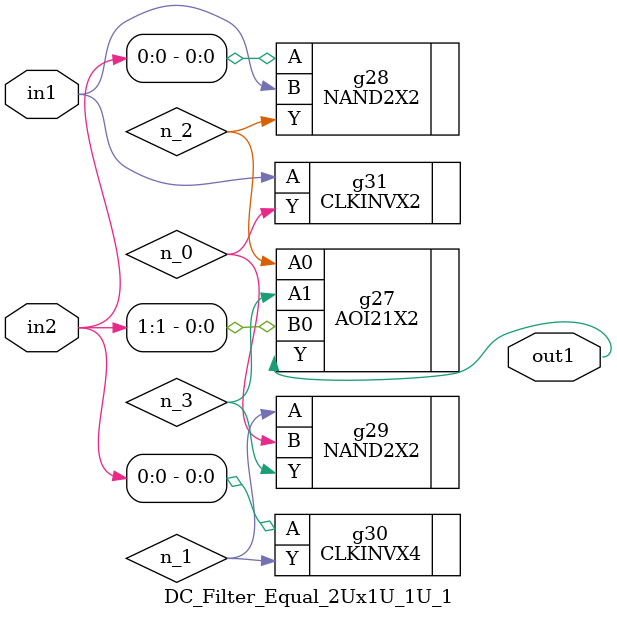
<source format=v>
`timescale 1ps / 1ps


module DC_Filter_Equal_2Ux1U_1U_1(in2, in1, out1);
  input [1:0] in2;
  input in1;
  output out1;
  wire [1:0] in2;
  wire in1;
  wire out1;
  wire n_0, n_1, n_2, n_3;
  AOI21X2 g27(.A0 (n_2), .A1 (n_3), .B0 (in2[1]), .Y (out1));
  NAND2X2 g29(.A (n_1), .B (n_0), .Y (n_3));
  NAND2X2 g28(.A (in2[0]), .B (in1), .Y (n_2));
  CLKINVX4 g30(.A (in2[0]), .Y (n_1));
  CLKINVX2 g31(.A (in1), .Y (n_0));
endmodule



</source>
